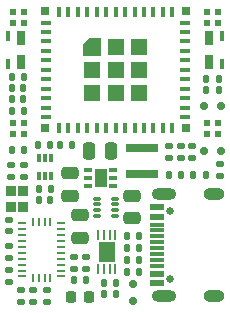
<source format=gts>
%TF.GenerationSoftware,KiCad,Pcbnew,7.0.10*%
%TF.CreationDate,2024-03-03T23:10:31-08:00*%
%TF.ProjectId,Tracker_Band_V1,54726163-6b65-4725-9f42-616e645f5631,1*%
%TF.SameCoordinates,Original*%
%TF.FileFunction,Soldermask,Top*%
%TF.FilePolarity,Negative*%
%FSLAX46Y46*%
G04 Gerber Fmt 4.6, Leading zero omitted, Abs format (unit mm)*
G04 Created by KiCad (PCBNEW 7.0.10) date 2024-03-03 23:10:31*
%MOMM*%
%LPD*%
G01*
G04 APERTURE LIST*
G04 Aperture macros list*
%AMRoundRect*
0 Rectangle with rounded corners*
0 $1 Rounding radius*
0 $2 $3 $4 $5 $6 $7 $8 $9 X,Y pos of 4 corners*
0 Add a 4 corners polygon primitive as box body*
4,1,4,$2,$3,$4,$5,$6,$7,$8,$9,$2,$3,0*
0 Add four circle primitives for the rounded corners*
1,1,$1+$1,$2,$3*
1,1,$1+$1,$4,$5*
1,1,$1+$1,$6,$7*
1,1,$1+$1,$8,$9*
0 Add four rect primitives between the rounded corners*
20,1,$1+$1,$2,$3,$4,$5,0*
20,1,$1+$1,$4,$5,$6,$7,0*
20,1,$1+$1,$6,$7,$8,$9,0*
20,1,$1+$1,$8,$9,$2,$3,0*%
%AMOutline5P*
0 Free polygon, 5 corners , with rotation*
0 The origin of the aperture is its center*
0 number of corners: always 5*
0 $1 to $10 corner X, Y*
0 $11 Rotation angle, in degrees counterclockwise*
0 create outline with 5 corners*
4,1,5,$1,$2,$3,$4,$5,$6,$7,$8,$9,$10,$1,$2,$11*%
%AMOutline6P*
0 Free polygon, 6 corners , with rotation*
0 The origin of the aperture is its center*
0 number of corners: always 6*
0 $1 to $12 corner X, Y*
0 $13 Rotation angle, in degrees counterclockwise*
0 create outline with 6 corners*
4,1,6,$1,$2,$3,$4,$5,$6,$7,$8,$9,$10,$11,$12,$1,$2,$13*%
%AMOutline7P*
0 Free polygon, 7 corners , with rotation*
0 The origin of the aperture is its center*
0 number of corners: always 7*
0 $1 to $14 corner X, Y*
0 $15 Rotation angle, in degrees counterclockwise*
0 create outline with 7 corners*
4,1,7,$1,$2,$3,$4,$5,$6,$7,$8,$9,$10,$11,$12,$13,$14,$1,$2,$15*%
%AMOutline8P*
0 Free polygon, 8 corners , with rotation*
0 The origin of the aperture is its center*
0 number of corners: always 8*
0 $1 to $16 corner X, Y*
0 $17 Rotation angle, in degrees counterclockwise*
0 create outline with 8 corners*
4,1,8,$1,$2,$3,$4,$5,$6,$7,$8,$9,$10,$11,$12,$13,$14,$15,$16,$1,$2,$17*%
G04 Aperture macros list end*
%ADD10RoundRect,0.150000X-0.150000X-0.200000X0.150000X-0.200000X0.150000X0.200000X-0.150000X0.200000X0*%
%ADD11RoundRect,0.135000X0.135000X0.185000X-0.135000X0.185000X-0.135000X-0.185000X0.135000X-0.185000X0*%
%ADD12R,0.558800X0.558800*%
%ADD13RoundRect,0.135000X0.185000X-0.135000X0.185000X0.135000X-0.185000X0.135000X-0.185000X-0.135000X0*%
%ADD14RoundRect,0.250000X0.475000X-0.250000X0.475000X0.250000X-0.475000X0.250000X-0.475000X-0.250000X0*%
%ADD15R,0.340000X0.700000*%
%ADD16RoundRect,0.140000X-0.170000X0.140000X-0.170000X-0.140000X0.170000X-0.140000X0.170000X0.140000X0*%
%ADD17RoundRect,0.150000X-0.200000X0.150000X-0.200000X-0.150000X0.200000X-0.150000X0.200000X0.150000X0*%
%ADD18RoundRect,0.135000X-0.185000X0.135000X-0.185000X-0.135000X0.185000X-0.135000X0.185000X0.135000X0*%
%ADD19R,0.457200X0.838200*%
%ADD20R,0.711200X1.143000*%
%ADD21RoundRect,0.062500X-0.062500X0.337500X-0.062500X-0.337500X0.062500X-0.337500X0.062500X0.337500X0*%
%ADD22R,1.400000X1.700000*%
%ADD23RoundRect,0.140000X0.140000X0.170000X-0.140000X0.170000X-0.140000X-0.170000X0.140000X-0.170000X0*%
%ADD24RoundRect,0.050000X-0.285000X-0.100000X0.285000X-0.100000X0.285000X0.100000X-0.285000X0.100000X0*%
%ADD25RoundRect,0.050000X0.350000X0.400000X-0.350000X0.400000X-0.350000X-0.400000X0.350000X-0.400000X0*%
%ADD26R,0.812800X0.406400*%
%ADD27R,0.406400X0.812800*%
%ADD28R,1.447800X1.447800*%
%ADD29R,0.711200X0.711200*%
%ADD30Outline5P,-0.723900X0.289560X-0.289560X0.723900X0.723900X0.723900X0.723900X-0.723900X-0.723900X-0.723900X0.000000*%
%ADD31R,2.700000X0.800000*%
%ADD32C,0.650000*%
%ADD33R,1.240000X0.600000*%
%ADD34R,1.240000X0.300000*%
%ADD35O,2.100000X1.000000*%
%ADD36O,1.800000X1.000000*%
%ADD37R,0.675000X0.254000*%
%ADD38R,0.254000X0.675000*%
%ADD39RoundRect,0.250000X0.250000X0.475000X-0.250000X0.475000X-0.250000X-0.475000X0.250000X-0.475000X0*%
%ADD40RoundRect,0.135000X-0.135000X-0.185000X0.135000X-0.185000X0.135000X0.185000X-0.135000X0.185000X0*%
%ADD41R,0.650000X0.350000*%
%ADD42R,1.000000X1.600000*%
%ADD43RoundRect,0.218750X-0.218750X-0.256250X0.218750X-0.256250X0.218750X0.256250X-0.218750X0.256250X0*%
%ADD44RoundRect,0.250000X-0.475000X0.250000X-0.475000X-0.250000X0.475000X-0.250000X0.475000X0.250000X0*%
G04 APERTURE END LIST*
D10*
%TO.C,D2*%
X140600000Y-84250000D03*
X139200000Y-84250000D03*
%TD*%
D11*
%TO.C,R21*%
X133660000Y-98300000D03*
X132640000Y-98300000D03*
%TD*%
D12*
%TO.C,U8*%
X139425000Y-85675020D03*
X139425000Y-86624980D03*
X140375000Y-86624980D03*
X140375000Y-85675020D03*
%TD*%
D13*
%TO.C,R3*%
X136250000Y-88660000D03*
X136250000Y-87640000D03*
%TD*%
D14*
%TO.C,C2*%
X127800000Y-91850000D03*
X127800000Y-89950000D03*
%TD*%
D13*
%TO.C,R23*%
X123700000Y-100890000D03*
X123700000Y-99870000D03*
%TD*%
D15*
%TO.C,Q1*%
X125200000Y-90200000D03*
X125700000Y-90200000D03*
X126200000Y-90200000D03*
X126200000Y-88700000D03*
X125700000Y-88700000D03*
X125200000Y-88700000D03*
%TD*%
D11*
%TO.C,R20*%
X140410000Y-82950000D03*
X139390000Y-82950000D03*
%TD*%
%TO.C,R27*%
X128035000Y-87600000D03*
X127015000Y-87600000D03*
%TD*%
D16*
%TO.C,C6*%
X122685000Y-93920000D03*
X122685000Y-94880000D03*
%TD*%
D11*
%TO.C,R10*%
X126160000Y-87600000D03*
X125140000Y-87600000D03*
%TD*%
D17*
%TO.C,D1*%
X133150000Y-100750000D03*
X133150000Y-99350000D03*
%TD*%
D18*
%TO.C,R4*%
X124700000Y-99870000D03*
X124700000Y-100890000D03*
%TD*%
D19*
%TO.C,SW1*%
X122613201Y-78375001D03*
D20*
X123708200Y-78520000D03*
X123708200Y-80580000D03*
D19*
X122613201Y-80724999D03*
%TD*%
D11*
%TO.C,R2*%
X126210000Y-91300000D03*
X125190000Y-91300000D03*
%TD*%
D21*
%TO.C,U4*%
X131685000Y-95200000D03*
X131185000Y-95200000D03*
X130685000Y-95200000D03*
X130185000Y-95200000D03*
X130185000Y-98100000D03*
X130685000Y-98100000D03*
X131185000Y-98100000D03*
X131685000Y-98100000D03*
D22*
X130935000Y-96650000D03*
%TD*%
D11*
%TO.C,R17*%
X139310000Y-90150000D03*
X138290000Y-90150000D03*
%TD*%
%TO.C,R14*%
X133660000Y-95300000D03*
X132640000Y-95300000D03*
%TD*%
D16*
%TO.C,C8*%
X125875000Y-99870000D03*
X125875000Y-100830000D03*
%TD*%
D10*
%TO.C,D4*%
X140600000Y-88050000D03*
X139200000Y-88050000D03*
%TD*%
D19*
%TO.C,SW2*%
X140726799Y-80724999D03*
D20*
X139631800Y-80580000D03*
X139631800Y-78520000D03*
D19*
X140726799Y-78375001D03*
%TD*%
D16*
%TO.C,C7*%
X128200000Y-97070000D03*
X128200000Y-98030000D03*
%TD*%
D13*
%TO.C,R1*%
X122850000Y-90310000D03*
X122850000Y-89290000D03*
%TD*%
D12*
%TO.C,U6*%
X123925000Y-77224980D03*
X123925000Y-76275020D03*
X122975000Y-76275020D03*
X122975000Y-77224980D03*
%TD*%
D11*
%TO.C,R12*%
X123910000Y-81800000D03*
X122890000Y-81800000D03*
%TD*%
D13*
%TO.C,R22*%
X140550000Y-90210000D03*
X140550000Y-89190000D03*
%TD*%
D23*
%TO.C,C1*%
X123880000Y-83700000D03*
X122920000Y-83700000D03*
%TD*%
D14*
%TO.C,C5*%
X133100000Y-93750000D03*
X133100000Y-91850000D03*
%TD*%
D13*
%TO.C,R26*%
X137200000Y-88660000D03*
X137200000Y-87640000D03*
%TD*%
D24*
%TO.C,U5*%
X130150700Y-92099811D03*
X130150700Y-92599937D03*
X130150700Y-93100063D03*
X130150700Y-93600189D03*
X131649300Y-93600189D03*
X131649300Y-93100063D03*
X131649300Y-92599937D03*
X131649300Y-92099811D03*
%TD*%
D11*
%TO.C,R13*%
X133660000Y-96300000D03*
X132640000Y-96300000D03*
%TD*%
%TO.C,R5*%
X131694999Y-100200000D03*
X130674999Y-100200000D03*
%TD*%
%TO.C,R7*%
X140410000Y-82000000D03*
X139390000Y-82000000D03*
%TD*%
D23*
%TO.C,C11*%
X126180000Y-92250000D03*
X125220000Y-92250000D03*
%TD*%
D25*
%TO.C,X1*%
X123835000Y-92800000D03*
X123835000Y-91500000D03*
X122835000Y-91500000D03*
X122835000Y-92800000D03*
%TD*%
D12*
%TO.C,U7*%
X139425000Y-76275020D03*
X139425000Y-77224980D03*
X140375000Y-77224980D03*
X140375000Y-76275020D03*
%TD*%
D18*
%TO.C,R15*%
X129165000Y-97040000D03*
X129165000Y-98060000D03*
%TD*%
D11*
%TO.C,R6*%
X131694999Y-99250000D03*
X130674999Y-99250000D03*
%TD*%
D12*
%TO.C,U9*%
X122975000Y-85675020D03*
X122975000Y-86624980D03*
X123925000Y-86624980D03*
X123925000Y-85675020D03*
%TD*%
D11*
%TO.C,R8*%
X133660000Y-97300000D03*
X132640000Y-97300000D03*
%TD*%
D26*
%TO.C,U1*%
X125800002Y-77205100D03*
X125800002Y-78005101D03*
X125800002Y-78805100D03*
X125800002Y-79605101D03*
X125800002Y-80405099D03*
X125800002Y-81205100D03*
X125800002Y-82005101D03*
X125800002Y-82805099D03*
X125800002Y-83605100D03*
X125800002Y-84405099D03*
X125800002Y-85205100D03*
D27*
X126899999Y-86105100D03*
X127700000Y-86105100D03*
X128500001Y-86105100D03*
X129300000Y-86105100D03*
X130100001Y-86105100D03*
X130899999Y-86105100D03*
X131700000Y-86105100D03*
X132500001Y-86105100D03*
X133299999Y-86105100D03*
X134100000Y-86105100D03*
X134899999Y-86105100D03*
X135700000Y-86105100D03*
X136499998Y-86105100D03*
D26*
X137599998Y-85205100D03*
X137599998Y-84405099D03*
X137599998Y-83605100D03*
X137599998Y-82805099D03*
X137599998Y-82005101D03*
X137599998Y-81205100D03*
X137599998Y-80405099D03*
X137599998Y-79605101D03*
X137599998Y-78805100D03*
X137599998Y-78005101D03*
X137599998Y-77205100D03*
D27*
X136500001Y-76305100D03*
X135700000Y-76305100D03*
X134899999Y-76305100D03*
X134100000Y-76305100D03*
X133299999Y-76305100D03*
X132500001Y-76305100D03*
X131700000Y-76305100D03*
X130899999Y-76305100D03*
X130100001Y-76305100D03*
X129300000Y-76305100D03*
X128500001Y-76305100D03*
X127700000Y-76305100D03*
X126900002Y-76305100D03*
D28*
X131700000Y-81205100D03*
D29*
X137650000Y-76255100D03*
X137650000Y-86155100D03*
X125750000Y-86155100D03*
X125750000Y-76255100D03*
D28*
X133675000Y-79230100D03*
X133675000Y-81205100D03*
X133675000Y-83180100D03*
X131700000Y-83180100D03*
X129725000Y-83180100D03*
X129725000Y-81205100D03*
D30*
X129725000Y-79230100D03*
D28*
X131700000Y-79230100D03*
%TD*%
D18*
%TO.C,R16*%
X123950000Y-89290000D03*
X123950000Y-90310000D03*
%TD*%
D23*
%TO.C,C10*%
X123880000Y-82750000D03*
X122920000Y-82750000D03*
%TD*%
D11*
%TO.C,R24*%
X137260000Y-90150000D03*
X136240000Y-90150000D03*
%TD*%
D31*
%TO.C,L1*%
X133935000Y-90000000D03*
X133935000Y-87800000D03*
%TD*%
D16*
%TO.C,C9*%
X122700000Y-98170000D03*
X122700000Y-99130000D03*
%TD*%
D11*
%TO.C,R19*%
X123910000Y-84650000D03*
X122890000Y-84650000D03*
%TD*%
D32*
%TO.C,J1*%
X136330000Y-98940000D03*
X136330000Y-93160000D03*
D33*
X135210000Y-99250000D03*
X135210000Y-98450000D03*
D34*
X135210000Y-97300000D03*
X135210000Y-96300000D03*
X135210000Y-95800000D03*
X135210000Y-94800000D03*
D33*
X135210000Y-93650000D03*
X135210000Y-92850000D03*
X135210000Y-92850000D03*
X135210000Y-93650000D03*
D34*
X135210000Y-94300000D03*
X135210000Y-95300000D03*
X135210000Y-96800000D03*
X135210000Y-97800000D03*
D33*
X135210000Y-98450000D03*
X135210000Y-99250000D03*
D35*
X135810000Y-100370000D03*
D36*
X140010000Y-100370000D03*
D35*
X135810000Y-91730000D03*
D36*
X140010000Y-91730000D03*
%TD*%
D37*
%TO.C,U2*%
X123772500Y-98700000D03*
D38*
X124685000Y-98837500D03*
X125185000Y-98837500D03*
X125685000Y-98837500D03*
X126185000Y-98837500D03*
D37*
X127097500Y-98700000D03*
X127097500Y-98200000D03*
X127097500Y-97700000D03*
X127097500Y-97200000D03*
X127097500Y-96700000D03*
X127097500Y-96200000D03*
X127097500Y-95700000D03*
X127097500Y-95200000D03*
X127097500Y-94700000D03*
X127097500Y-94200000D03*
D38*
X126185000Y-94062500D03*
X125685000Y-94062500D03*
X125185000Y-94062500D03*
X124685000Y-94062500D03*
D37*
X123772500Y-94200000D03*
X123772500Y-94700000D03*
X123772500Y-95200000D03*
X123772500Y-95700000D03*
X123772500Y-96200000D03*
X123772500Y-96700000D03*
X123772500Y-97200000D03*
X123772500Y-97700000D03*
X123772500Y-98200000D03*
%TD*%
D39*
%TO.C,C3*%
X131350000Y-88100000D03*
X129450000Y-88100000D03*
%TD*%
D13*
%TO.C,R25*%
X138150000Y-88660000D03*
X138150000Y-87640000D03*
%TD*%
D40*
%TO.C,R18*%
X128140000Y-99000000D03*
X129160000Y-99000000D03*
%TD*%
D18*
%TO.C,R9*%
X122700000Y-96140000D03*
X122700000Y-97160000D03*
%TD*%
D41*
%TO.C,U3*%
X129400000Y-89700000D03*
X129400000Y-90350000D03*
X129400000Y-91000000D03*
X131500000Y-91000000D03*
X131500000Y-90350000D03*
X131500000Y-89700000D03*
D42*
X130450000Y-90350000D03*
%TD*%
D43*
%TO.C,D3*%
X127912500Y-100400000D03*
X129487500Y-100400000D03*
%TD*%
D44*
%TO.C,C4*%
X128685000Y-93500000D03*
X128685000Y-95400000D03*
%TD*%
D11*
%TO.C,R11*%
X123960000Y-87950000D03*
X122940000Y-87950000D03*
%TD*%
M02*

</source>
